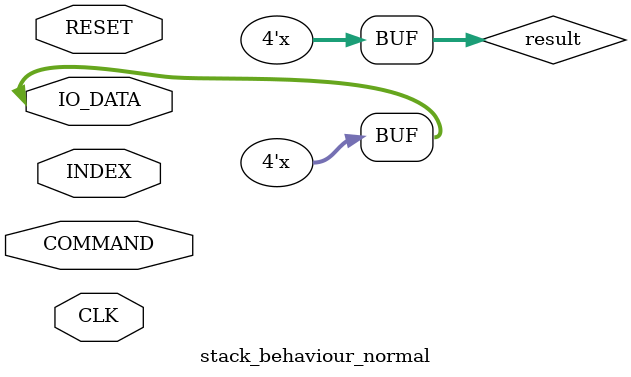
<source format=sv>
module stack_behaviour_normal(
    inout wire[3:0] IO_DATA, 
    input wire RESET, 
    input wire CLK, 
    input wire[1:0] COMMAND,
    input wire[2:0] INDEX
    ); 
    
    reg[3:0] memory_cell[4:0];
    integer pointer;
    integer i;

    reg[3:0] result = 4'bzzzz;
    assign IO_DATA = result;

    always @(!CLK) begin
        result = 4'bzzzz;
    end

    always @(CLK or RESET) begin
        if (RESET) begin
            for (i = 0; i < 5; i = i + 1) begin
                memory_cell[i] = 4'b0000;
            end
            pointer = 0;
        end
        else if (CLK) begin
            if (COMMAND == 2'b00) begin
                result = 4'bzzzz;
            end
            if (COMMAND == 2'b01) begin
                memory_cell[pointer] = IO_DATA;
                result = 4'bzzzz;
                pointer = (pointer + 1) % 5;
            end
            if (COMMAND == 2'b10) begin
                pointer = (pointer + 4) % 5;
                result = memory_cell[pointer];
            end
            if (COMMAND == 2'b11) begin
                result = memory_cell[(pointer + 9 - INDEX) % 5];
            end
        end
    end
endmodule

</source>
